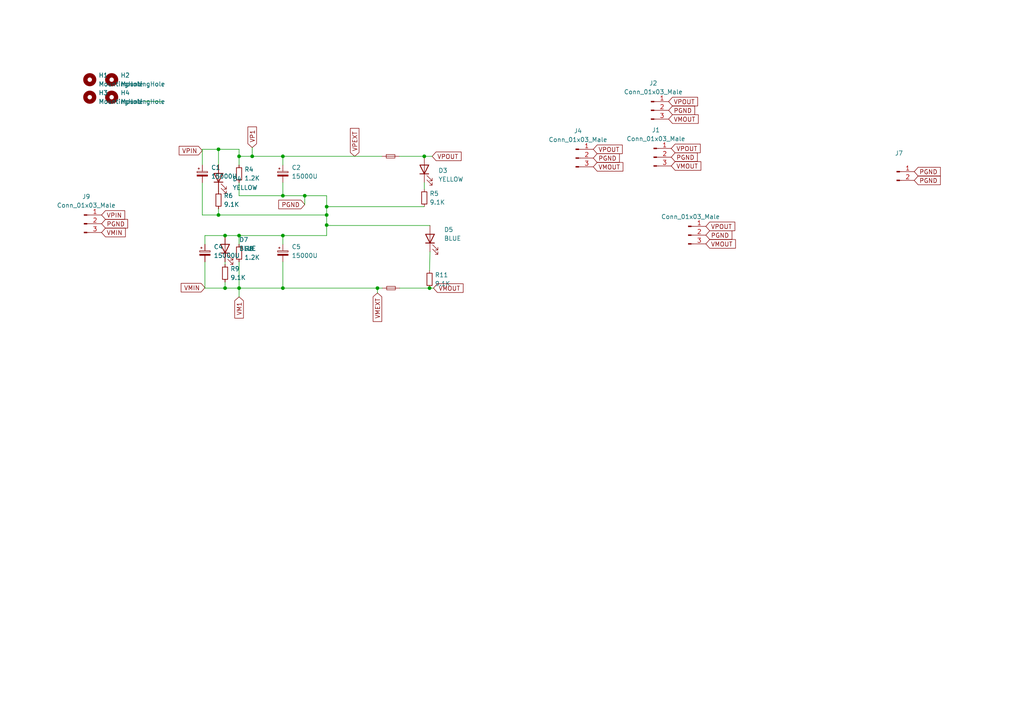
<source format=kicad_sch>
(kicad_sch (version 20230121) (generator eeschema)
  (paper "A4")
  (lib_symbols
    (symbol "Connector:Conn_01x02_Male" (pin_names (offset 1.016) hide)
      (property "Reference" "J" (at 0 2.54 0))
      (property "Value" "Conn_01x02_Male" (at 0 -5.08 0))
      (symbol "Conn_01x02_Male_1_1"
        (polyline (pts (xy 1.27 -2.54) (xy 0.8636 -2.54)) (stroke (width 0.1524)))
        (polyline (pts (xy 1.27 0) (xy 0.8636 0)) (stroke (width 0.1524)))
        (rectangle (start 0.8636 -2.413) (end 0 -2.667) (stroke (width 0.1524)) (fill (type outline)))
        (rectangle (start 0.8636 0.127) (end 0 -0.127) (stroke (width 0.1524)) (fill (type outline)))
        (pin passive line (at 5.08 0 180) (length 3.81) (name "Pin_1") (number "1"))
        (pin passive line (at 5.08 -2.54 180) (length 3.81) (name "Pin_2") (number "2"))
      )
    )
    (symbol "Connector:Conn_01x03_Male" (pin_names (offset 1.016) hide)
      (property "Reference" "J" (at 0 5.08 0))
      (property "Value" "Conn_01x03_Male" (at 0 -5.08 0))
      (symbol "Conn_01x03_Male_1_1"
        (polyline (pts (xy 1.27 -2.54) (xy 0.8636 -2.54)) (stroke (width 0.1524)))
        (polyline (pts (xy 1.27 0) (xy 0.8636 0)) (stroke (width 0.1524)))
        (polyline (pts (xy 1.27 2.54) (xy 0.8636 2.54)) (stroke (width 0.1524)))
        (rectangle (start 0.8636 -2.413) (end 0 -2.667) (stroke (width 0.1524)) (fill (type outline)))
        (rectangle (start 0.8636 0.127) (end 0 -0.127) (stroke (width 0.1524)) (fill (type outline)))
        (rectangle (start 0.8636 2.667) (end 0 2.413) (stroke (width 0.1524)) (fill (type outline)))
        (pin passive line (at 5.08 2.54 180) (length 3.81) (name "Pin_1") (number "1"))
        (pin passive line (at 5.08 0 180) (length 3.81) (name "Pin_2") (number "2"))
        (pin passive line (at 5.08 -2.54 180) (length 3.81) (name "Pin_3") (number "3"))
      )
    )
    (symbol "Device:C_Polarized_Small" (pin_numbers hide) (pin_names (offset 0.254) hide)
      (property "Reference" "C" (at 0.254 1.778 0))
      (property "Value" "C_Polarized_Small" (at 0.254 -2.032 0))
      (symbol "C_Polarized_Small_0_1"
        (rectangle (start -1.524 -0.3048) (end 1.524 -0.6858) (fill (type outline)))
        (rectangle (start -1.524 0.6858) (end 1.524 0.3048))
        (polyline (pts (xy -1.27 1.524) (xy -0.762 1.524)))
        (polyline (pts (xy -1.016 1.27) (xy -1.016 1.778)))
      )
      (symbol "C_Polarized_Small_1_1"
        (pin passive line (at 0 2.54 270) (length 1.8542) (name "~") (number "1"))
        (pin passive line (at 0 -2.54 90) (length 1.8542) (name "~") (number "2"))
      )
    )
    (symbol "Device:Fuse_Small" (pin_numbers hide) (pin_names (offset 0.254) hide)
      (property "Reference" "F" (at 0 -1.524 0))
      (property "Value" "Fuse_Small" (at 0 1.524 0))
      (symbol "Fuse_Small_0_1"
        (rectangle (start -1.27 0.508) (end 1.27 -0.508))
        (polyline (pts (xy -1.27 0) (xy 1.27 0)))
      )
      (symbol "Fuse_Small_1_1"
        (pin passive line (at -2.54 0 0) (length 1.27) (name "~") (number "1"))
        (pin passive line (at 2.54 0 180) (length 1.27) (name "~") (number "2"))
      )
    )
    (symbol "Device:LED" (pin_numbers hide) (pin_names (offset 1.016) hide)
      (property "Reference" "D" (at 0 2.54 0))
      (property "Value" "LED" (at 0 -2.54 0))
      (symbol "LED_0_1"
        (polyline (pts (xy -1.27 -1.27) (xy -1.27 1.27)) (stroke (width 0.254)))
        (polyline (pts (xy -1.27 0) (xy 1.27 0)))
        (polyline (pts (xy 1.27 -1.27) (xy 1.27 1.27) (xy -1.27 0) (xy 1.27 -1.27)) (stroke (width 0.254)))
        (polyline (pts (xy -3.048 -0.762) (xy -4.572 -2.286) (xy -3.81 -2.286) (xy -4.572 -2.286) (xy -4.572 -1.524)))
        (polyline (pts (xy -1.778 -0.762) (xy -3.302 -2.286) (xy -2.54 -2.286) (xy -3.302 -2.286) (xy -3.302 -1.524)))
      )
      (symbol "LED_1_1"
        (pin passive line (at -3.81 0 0) (length 2.54) (name "K") (number "1"))
        (pin passive line (at 3.81 0 180) (length 2.54) (name "A") (number "2"))
      )
    )
    (symbol "Device:R_Small" (pin_numbers hide) (pin_names (offset 0.254) hide)
      (property "Reference" "R" (at 0.762 0.508 0))
      (property "Value" "R_Small" (at 0.762 -1.016 0))
      (symbol "R_Small_0_1"
        (rectangle (start -0.762 1.778) (end 0.762 -1.778) (stroke (width 0.2032)))
      )
      (symbol "R_Small_1_1"
        (pin passive line (at 0 2.54 270) (length 0.762) (name "~") (number "1"))
        (pin passive line (at 0 -2.54 90) (length 0.762) (name "~") (number "2"))
      )
    )
    (symbol "Mechanical:MountingHole" (pin_names (offset 1.016))
      (property "Reference" "H" (at 0 5.08 0))
      (property "Value" "MountingHole" (at 0 3.175 0))
      (symbol "MountingHole_0_1"
        (circle (center 0 0) (radius 1.27) (stroke (width 1.27)))
      )
    )
  )
  (junction (at 65.278 68.326))
  (junction (at 69.342 68.326))
  (junction (at 123.063 45.339))
  (junction (at 94.742 65.278))
  (junction (at 69.342 45.339))
  (junction (at 94.742 62.357))
  (junction (at 82.042 83.566))
  (junction (at 88.392 56.769))
  (junction (at 73.152 45.339))
  (junction (at 82.042 45.339))
  (junction (at 63.373 43.307))
  (junction (at 109.474 83.566))
  (junction (at 82.042 68.326))
  (junction (at 82.042 56.769))
  (junction (at 65.278 83.566))
  (junction (at 69.342 83.566))
  (junction (at 124.587 83.566))
  (junction (at 94.742 59.944))
  (junction (at 63.373 62.357))
  (wire (pts (xy 59.436 68.326) (xy 65.278 68.326)))
  (wire (pts (xy 65.278 68.326) (xy 69.342 68.326)))
  (wire (pts (xy 94.742 56.769) (xy 94.742 59.944)))
  (wire (pts (xy 69.342 45.339) (xy 69.342 47.879)))
  (wire (pts (xy 82.042 68.326) (xy 94.742 68.326)))
  (wire (pts (xy 69.342 68.326) (xy 82.042 68.326)))
  (wire (pts (xy 65.278 83.566) (xy 69.342 83.566)))
  (wire (pts (xy 69.342 83.566) (xy 69.342 86.106)))
  (wire (pts (xy 58.674 43.307) (xy 58.674 47.879)))
  (wire (pts (xy 63.373 47.752) (xy 63.373 43.307)))
  (wire (pts (xy 94.615 65.405) (xy 94.615 65.278)))
  (wire (pts (xy 123.063 45.339) (xy 125.349 45.339)))
  (wire (pts (xy 88.392 56.769) (xy 94.742 56.769)))
  (wire (pts (xy 58.674 43.307) (xy 63.373 43.307)))
  (wire (pts (xy 124.714 73.025) (xy 124.587 78.486)))
  (wire (pts (xy 82.042 56.769) (xy 82.042 52.959)))
  (wire (pts (xy 63.373 55.499) (xy 63.373 55.372)))
  (wire (pts (xy 73.152 45.339) (xy 82.042 45.339)))
  (wire (pts (xy 82.042 83.566) (xy 109.474 83.566)))
  (wire (pts (xy 69.342 56.769) (xy 82.042 56.769)))
  (wire (pts (xy 82.042 45.339) (xy 110.744 45.339)))
  (wire (pts (xy 109.474 83.566) (xy 110.871 83.566)))
  (wire (pts (xy 115.951 83.566) (xy 124.587 83.566)))
  (wire (pts (xy 58.674 52.959) (xy 58.674 62.357)))
  (wire (pts (xy 59.436 83.566) (xy 65.278 83.566)))
  (wire (pts (xy 123.063 54.864) (xy 123.063 52.959)))
  (wire (pts (xy 58.674 62.357) (xy 63.373 62.357)))
  (wire (pts (xy 94.742 59.944) (xy 94.742 62.357)))
  (wire (pts (xy 63.373 43.307) (xy 69.342 43.307)))
  (wire (pts (xy 69.342 75.946) (xy 69.342 83.566)))
  (wire (pts (xy 65.278 75.946) (xy 65.278 76.708)))
  (wire (pts (xy 82.042 56.769) (xy 88.392 56.769)))
  (wire (pts (xy 94.742 62.357) (xy 94.742 65.278)))
  (wire (pts (xy 69.342 83.566) (xy 82.042 83.566)))
  (wire (pts (xy 82.042 68.326) (xy 82.042 70.866)))
  (wire (pts (xy 88.392 56.769) (xy 88.392 59.309)))
  (wire (pts (xy 46.99 29.464) (xy 41.91 29.337)))
  (wire (pts (xy 63.373 60.579) (xy 63.373 62.357)))
  (wire (pts (xy 115.824 45.339) (xy 123.063 45.339)))
  (wire (pts (xy 65.278 81.788) (xy 65.278 83.566)))
  (wire (pts (xy 124.587 83.566) (xy 125.73 83.566)))
  (wire (pts (xy 59.436 70.866) (xy 59.436 68.326)))
  (wire (pts (xy 69.342 52.959) (xy 69.342 56.769)))
  (wire (pts (xy 69.342 43.307) (xy 69.342 45.339)))
  (wire (pts (xy 94.742 65.278) (xy 94.742 68.326)))
  (wire (pts (xy 82.042 45.339) (xy 82.042 47.879)))
  (wire (pts (xy 94.742 59.944) (xy 123.063 59.944)))
  (wire (pts (xy 109.474 83.566) (xy 109.474 84.963)))
  (wire (pts (xy 73.152 42.799) (xy 73.152 45.339)))
  (wire (pts (xy 82.042 75.946) (xy 82.042 83.566)))
  (wire (pts (xy 69.342 68.326) (xy 69.342 70.866)))
  (wire (pts (xy 63.373 62.357) (xy 94.742 62.357)))
  (wire (pts (xy 94.615 65.278) (xy 94.742 65.278)))
  (wire (pts (xy 94.615 65.405) (xy 124.714 65.405)))
  (wire (pts (xy 59.436 75.946) (xy 59.436 83.566)))
  (wire (pts (xy 69.342 45.339) (xy 73.152 45.339)))
  (global_label "VMEXT" (shape input) (at 109.474 84.963 270) (property "Intersheetrefs" "${INTERSHEET_REFS}" (effects hide)))
  (global_label "VMIN" (shape input) (at 59.436 83.439 180) (property "Intersheetrefs" "${INTERSHEET_REFS}" (effects hide)))
  (global_label "VP1" (shape input) (at 73.152 42.799 90) (property "Intersheetrefs" "${INTERSHEET_REFS}" (effects hide)))
  (global_label "VMOUT" (shape input) (at 125.73 83.566 0) (property "Intersheetrefs" "${INTERSHEET_REFS}" (effects hide)))
  (global_label "VPIN" (shape input) (at 29.464 62.357 0) (property "Intersheetrefs" "${INTERSHEET_REFS}" (effects hide)))
  (global_label "VPOUT" (shape input) (at 172.085 43.307 0) (property "Intersheetrefs" "${INTERSHEET_REFS}" (effects hide)))
  (global_label "VPEXT" (shape input) (at 102.87 45.339 90) (property "Intersheetrefs" "${INTERSHEET_REFS}" (effects hide)))
  (global_label "VM1" (shape input) (at 69.342 86.106 270) (property "Intersheetrefs" "${INTERSHEET_REFS}" (effects hide)))
  (global_label "VPIN" (shape input) (at 58.674 43.688 180) (property "Intersheetrefs" "${INTERSHEET_REFS}" (effects hide)))
  (global_label "PGND" (shape input) (at 204.724 68.199 0) (property "Intersheetrefs" "${INTERSHEET_REFS}" (effects hide)))
  (global_label "PGND" (shape input) (at 172.085 45.847 0) (property "Intersheetrefs" "${INTERSHEET_REFS}" (effects hide)))
  (global_label "VMOUT" (shape input) (at 193.929 34.544 0) (property "Intersheetrefs" "${INTERSHEET_REFS}" (effects hide)))
  (global_label "PGND" (shape input) (at 194.691 45.593 0) (property "Intersheetrefs" "${INTERSHEET_REFS}" (effects hide)))
  (global_label "PGND" (shape input) (at 265.176 52.324 0) (property "Intersheetrefs" "${INTERSHEET_REFS}" (effects hide)))
  (global_label "VPOUT" (shape input) (at 204.724 65.659 0) (property "Intersheetrefs" "${INTERSHEET_REFS}" (effects hide)))
  (global_label "VMOUT" (shape input) (at 172.085 48.387 0) (property "Intersheetrefs" "${INTERSHEET_REFS}" (effects hide)))
  (global_label "VPOUT" (shape input) (at 193.929 29.464 0) (property "Intersheetrefs" "${INTERSHEET_REFS}" (effects hide)))
  (global_label "VMOUT" (shape input) (at 204.724 70.739 0) (property "Intersheetrefs" "${INTERSHEET_REFS}" (effects hide)))
  (global_label "VMOUT" (shape input) (at 194.691 48.133 0) (property "Intersheetrefs" "${INTERSHEET_REFS}" (effects hide)))
  (global_label "VPOUT" (shape input) (at 194.691 43.053 0) (property "Intersheetrefs" "${INTERSHEET_REFS}" (effects hide)))
  (global_label "PGND" (shape input) (at 193.929 32.004 0) (property "Intersheetrefs" "${INTERSHEET_REFS}" (effects hide)))
  (global_label "PGND" (shape input) (at 265.176 49.784 0) (property "Intersheetrefs" "${INTERSHEET_REFS}" (effects hide)))
  (global_label "PGND" (shape input) (at 88.392 59.309 180) (property "Intersheetrefs" "${INTERSHEET_REFS}" (effects hide)))
  (global_label "VMIN" (shape input) (at 29.464 67.437 0) (property "Intersheetrefs" "${INTERSHEET_REFS}" (effects hide)))
  (global_label "PGND" (shape input) (at 29.464 64.897 0) (property "Intersheetrefs" "${INTERSHEET_REFS}" (effects hide)))
  (global_label "VPOUT" (shape input) (at 125.349 45.339 0) (property "Intersheetrefs" "${INTERSHEET_REFS}" (effects hide)))
  (symbol (lib_id "Device:C_Polarized_Small") (at 82.042 73.406 0) (unit 1)
    (property "Reference" "C5" (at 84.582 71.5898 0) (effects (justify left)))
    (property "Value" "15000U" (at 84.582 74.1298 0) (effects (justify left)))
    (property "Footprint" "Capacitor_THT:CP_Radial_D30.0mm_P10.00mm_SnapIn" (effects hide))
  )
  (symbol (lib_id "Device:R_Small") (at 123.063 57.404 0) (unit 1)
    (property "Reference" "R5" (at 124.587 56.1339 0) (effects (justify left)))
    (property "Value" "9.1K" (at 124.587 58.6739 0) (effects (justify left)))
    (property "Footprint" "Resistor_SMD:R_0805_2012Metric_Pad1.20x1.40mm_HandSolder" (effects hide))
  )
  (symbol (lib_id "Mechanical:MountingHole") (at 26.035 28.194 0) (unit 1)
    (property "Reference" "H3" (at 28.575 26.9239 0) (effects (justify left)))
    (property "Value" "MountingHole" (at 28.575 29.4639 0) (effects (justify left)))
    (property "Footprint" "MountingHole:MountingHole_3mm" (effects hide))
  )
  (symbol (lib_id "Connector:Conn_01x03_Male") (at 24.384 64.897 0) (unit 1)
    (property "Reference" "J9" (at 25.019 57.023 0))
    (property "Value" "Conn_01x03_Male" (at 25.019 59.563 0))
    (property "Footprint" "Connector_JST:JST_VH_B3P-VH_1x03_P3.96mm_Vertical" (effects hide))
  )
  (symbol (lib_id "Mechanical:MountingHole") (at 26.035 23.114 0) (unit 1)
    (property "Reference" "H1" (at 28.575 21.8439 0) (effects (justify left)))
    (property "Value" "MountingHole" (at 28.575 24.3839 0) (effects (justify left)))
    (property "Footprint" "MountingHole:MountingHole_3mm" (effects hide))
  )
  (symbol (lib_id "Device:C_Polarized_Small") (at 58.674 50.419 0) (unit 1)
    (property "Reference" "C1" (at 61.214 48.6028 0) (effects (justify left)))
    (property "Value" "15000U" (at 61.214 51.1428 0) (effects (justify left)))
    (property "Footprint" "Capacitor_THT:CP_Radial_D30.0mm_P10.00mm_SnapIn" (effects hide))
  )
  (symbol (lib_id "Device:C_Polarized_Small") (at 59.436 73.406 0) (unit 1)
    (property "Reference" "C4" (at 61.976 71.5898 0) (effects (justify left)))
    (property "Value" "15000U" (at 61.976 74.1298 0) (effects (justify left)))
    (property "Footprint" "Capacitor_THT:CP_Radial_D30.0mm_P10.00mm_SnapIn" (effects hide))
  )
  (symbol (lib_id "Connector:Conn_01x03_Male") (at 199.644 68.199 0) (unit 1)
    (property "Reference" "J10" (effects hide))
    (property "Value" "Conn_01x03_Male" (at 200.279 62.865 0))
    (property "Footprint" "Connector_JST:JST_VH_B3P-VH_1x03_P3.96mm_Vertical" (effects hide))
  )
  (symbol (lib_id "Device:Fuse_Small") (at 113.411 83.566 0) (unit 1)
    (property "Reference" "F2" (effects hide))
    (property "Value" "Fuse_Small" (effects hide))
    (property "Footprint" "Components:Aliexpress Fuse 5x20" (effects hide))
  )
  (symbol (lib_id "Connector:Conn_01x03_Male") (at 188.849 32.004 0) (unit 1)
    (property "Reference" "J2" (at 189.484 24.13 0))
    (property "Value" "Conn_01x03_Male" (at 189.484 26.67 0))
    (property "Footprint" "Connector_JST:JST_VH_B3P-VH_1x03_P3.96mm_Vertical" (effects hide))
  )
  (symbol (lib_id "Connector:Conn_01x03_Male") (at 189.611 45.593 0) (unit 1)
    (property "Reference" "J1" (at 190.246 37.719 0))
    (property "Value" "Conn_01x03_Male" (at 190.246 40.259 0))
    (property "Footprint" "Connector_JST:JST_VH_B3P-VH_1x03_P3.96mm_Vertical" (effects hide))
  )
  (symbol (lib_id "Device:R_Small") (at 124.587 81.026 0) (unit 1)
    (property "Reference" "R11" (at 126.111 79.7559 0) (effects (justify left)))
    (property "Value" "9.1K" (at 126.111 82.2959 0) (effects (justify left)))
    (property "Footprint" "Resistor_SMD:R_0805_2012Metric_Pad1.20x1.40mm_HandSolder" (effects hide))
  )
  (symbol (lib_id "Device:C_Polarized_Small") (at 82.042 50.419 0) (unit 1)
    (property "Reference" "C2" (at 84.582 48.6028 0) (effects (justify left)))
    (property "Value" "15000U" (at 84.582 51.1428 0) (effects (justify left)))
    (property "Footprint" "Capacitor_THT:CP_Radial_D30.0mm_P10.00mm_SnapIn" (effects hide))
  )
  (symbol (lib_id "Device:LED") (at 123.063 49.149 90) (unit 1)
    (property "Reference" "D3" (at 127.127 49.4664 90) (effects (justify right)))
    (property "Value" "YELLOW" (at 127.127 52.0064 90) (effects (justify right)))
    (property "Footprint" "LED_SMD:LED_0805_2012Metric_Pad1.15x1.40mm_HandSolder" (effects hide))
  )
  (symbol (lib_id "Device:R_Small") (at 69.342 50.419 0) (unit 1)
    (property "Reference" "R4" (at 70.866 49.1489 0) (effects (justify left)))
    (property "Value" "1.2K" (at 70.866 51.6889 0) (effects (justify left)))
    (property "Footprint" "Resistor_THT:R_Axial_DIN0414_L11.9mm_D4.5mm_P15.24mm_Horizontal" (effects hide))
  )
  (symbol (lib_id "Device:R_Small") (at 63.373 58.039 0) (unit 1)
    (property "Reference" "R6" (at 64.897 56.7689 0) (effects (justify left)))
    (property "Value" "9.1K" (at 64.897 59.3089 0) (effects (justify left)))
    (property "Footprint" "Resistor_SMD:R_0805_2012Metric_Pad1.20x1.40mm_HandSolder" (effects hide))
  )
  (symbol (lib_id "Device:LED") (at 63.373 51.562 90) (unit 1)
    (property "Reference" "D4" (at 67.437 51.8794 90) (effects (justify right)))
    (property "Value" "YELLOW" (at 67.437 54.4194 90) (effects (justify right)))
    (property "Footprint" "LED_SMD:LED_0805_2012Metric_Pad1.15x1.40mm_HandSolder" (effects hide))
  )
  (symbol (lib_id "Mechanical:MountingHole") (at 32.385 28.194 0) (unit 1)
    (property "Reference" "H4" (at 34.925 26.9239 0) (effects (justify left)))
    (property "Value" "MountingHole" (at 34.925 29.4639 0) (effects (justify left)))
    (property "Footprint" "MountingHole:MountingHole_3.2mm_M3" (effects hide))
  )
  (symbol (lib_id "Device:R_Small") (at 69.342 73.406 0) (unit 1)
    (property "Reference" "R8" (at 70.866 72.1359 0) (effects (justify left)))
    (property "Value" "1.2K" (at 70.866 74.6759 0) (effects (justify left)))
    (property "Footprint" "Resistor_THT:R_Axial_DIN0414_L11.9mm_D4.5mm_P15.24mm_Horizontal" (effects hide))
  )
  (symbol (lib_id "Connector:Conn_01x02_Male") (at 260.096 49.784 0) (unit 1)
    (property "Reference" "J7" (at 260.731 44.45 0))
    (property "Value" "Conn_01x02_Male" (effects hide))
    (property "Footprint" "Connector_JST:JST_VH_B2P-VH-B_1x02_P3.96mm_Vertical" (effects hide))
  )
  (symbol (lib_id "Mechanical:MountingHole") (at 32.385 23.114 0) (unit 1)
    (property "Reference" "H2" (at 34.925 21.8439 0) (effects (justify left)))
    (property "Value" "MountingHole" (at 34.925 24.3839 0) (effects (justify left)))
    (property "Footprint" "MountingHole:MountingHole_3.2mm_M3" (effects hide))
  )
  (symbol (lib_id "Device:LED") (at 124.714 69.215 90) (unit 1)
    (property "Reference" "D5" (at 128.778 66.6114 90) (effects (justify right)))
    (property "Value" "BLUE" (at 128.778 69.1514 90) (effects (justify right)))
    (property "Footprint" "LED_SMD:LED_0805_2012Metric_Pad1.15x1.40mm_HandSolder" (effects hide))
  )
  (symbol (lib_id "Device:R_Small") (at 65.278 79.248 0) (unit 1)
    (property "Reference" "R9" (at 66.802 77.9779 0) (effects (justify left)))
    (property "Value" "9.1K" (at 66.802 80.5179 0) (effects (justify left)))
    (property "Footprint" "Resistor_SMD:R_0805_2012Metric_Pad1.20x1.40mm_HandSolder" (effects hide))
  )
  (symbol (lib_id "Device:Fuse_Small") (at 113.284 45.339 0) (unit 1)
    (property "Reference" "F1" (effects hide))
    (property "Value" "Fuse_Small" (effects hide))
    (property "Footprint" "Components:Aliexpress Fuse 5x20" (effects hide))
  )
  (symbol (lib_id "Connector:Conn_01x03_Male") (at 167.005 45.847 0) (unit 1)
    (property "Reference" "J4" (at 167.64 37.973 0))
    (property "Value" "Conn_01x03_Male" (at 167.64 40.513 0))
    (property "Footprint" "Connector_JST:JST_VH_B3P-VH_1x03_P3.96mm_Vertical" (effects hide))
  )
  (symbol (lib_id "Device:LED") (at 65.278 72.136 90) (unit 1)
    (property "Reference" "D7" (at 69.342 69.5324 90) (effects (justify right)))
    (property "Value" "BLUE" (at 69.342 72.0724 90) (effects (justify right)))
    (property "Footprint" "LED_SMD:LED_0805_2012Metric_Pad1.15x1.40mm_HandSolder" (effects hide))
  )
)
</source>
